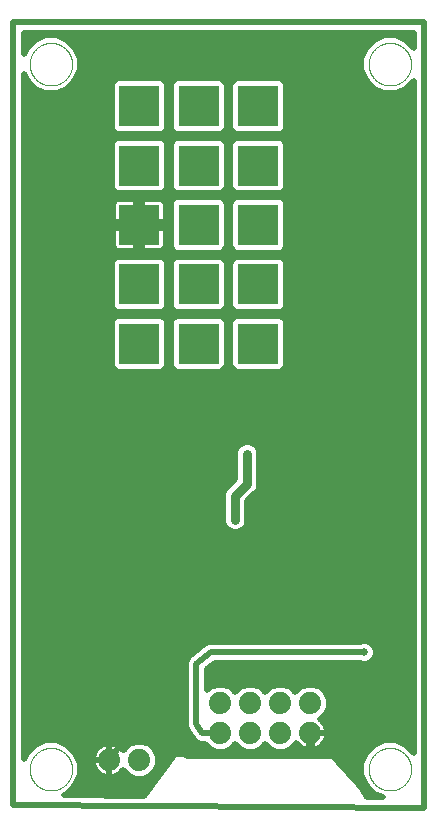
<source format=gbl>
G75*
%MOIN*%
%OFA0B0*%
%FSLAX25Y25*%
%IPPOS*%
%LPD*%
%AMOC8*
5,1,8,0,0,1.08239X$1,22.5*
%
%ADD10C,0.02000*%
%ADD11C,0.00000*%
%ADD12R,0.13500X0.13500*%
%ADD13C,0.07400*%
%ADD14C,0.03000*%
%ADD15C,0.02578*%
D10*
X0002000Y0037211D02*
X0139000Y0036211D01*
X0139000Y0298211D01*
X0002000Y0298211D01*
X0002000Y0037211D01*
X0005500Y0052534D02*
X0005500Y0280888D01*
X0006373Y0278780D01*
X0009070Y0276083D01*
X0012593Y0274624D01*
X0016407Y0274624D01*
X0019930Y0276083D01*
X0022627Y0278780D01*
X0024087Y0282304D01*
X0024087Y0286118D01*
X0022627Y0289641D01*
X0019930Y0292338D01*
X0016407Y0293797D01*
X0012593Y0293797D01*
X0009070Y0292338D01*
X0006373Y0289641D01*
X0005500Y0287534D01*
X0005500Y0294711D01*
X0135500Y0294711D01*
X0135500Y0289768D01*
X0132930Y0292338D01*
X0129407Y0293797D01*
X0125593Y0293797D01*
X0122070Y0292338D01*
X0119373Y0289641D01*
X0117913Y0286118D01*
X0117913Y0282304D01*
X0119373Y0278780D01*
X0122070Y0276083D01*
X0125593Y0274624D01*
X0129407Y0274624D01*
X0132930Y0276083D01*
X0135500Y0278653D01*
X0135500Y0054768D01*
X0132930Y0057338D01*
X0129407Y0058797D01*
X0125593Y0058797D01*
X0122070Y0057338D01*
X0119373Y0054641D01*
X0117913Y0051118D01*
X0117913Y0047304D01*
X0119373Y0043780D01*
X0122070Y0041083D01*
X0125140Y0039812D01*
X0119920Y0039850D01*
X0118000Y0043211D01*
X0108000Y0054211D01*
X0056000Y0054211D01*
X0045434Y0040394D01*
X0018735Y0040589D01*
X0019930Y0041083D01*
X0022627Y0043780D01*
X0024087Y0047304D01*
X0024087Y0051118D01*
X0022627Y0054641D01*
X0019930Y0057338D01*
X0016407Y0058797D01*
X0012593Y0058797D01*
X0009070Y0057338D01*
X0006373Y0054641D01*
X0005500Y0052534D01*
X0005500Y0054197D02*
X0006189Y0054197D01*
X0005500Y0056196D02*
X0007928Y0056196D01*
X0005500Y0058194D02*
X0011137Y0058194D01*
X0005500Y0060193D02*
X0061472Y0060193D01*
X0061898Y0059554D02*
X0062033Y0059228D01*
X0062280Y0058981D01*
X0062474Y0058690D01*
X0062768Y0058493D01*
X0063017Y0058243D01*
X0063340Y0058110D01*
X0063631Y0057915D01*
X0063977Y0057846D01*
X0064304Y0057711D01*
X0064653Y0057711D01*
X0064996Y0057642D01*
X0065343Y0057711D01*
X0065739Y0057711D01*
X0065744Y0057699D01*
X0067488Y0055955D01*
X0069767Y0055011D01*
X0072233Y0055011D01*
X0074512Y0055955D01*
X0076000Y0057443D01*
X0077488Y0055955D01*
X0079767Y0055011D01*
X0082233Y0055011D01*
X0084512Y0055955D01*
X0086000Y0057443D01*
X0087488Y0055955D01*
X0089767Y0055011D01*
X0092233Y0055011D01*
X0094512Y0055955D01*
X0096256Y0057699D01*
X0096347Y0057918D01*
X0096652Y0057497D01*
X0097287Y0056863D01*
X0098013Y0056336D01*
X0098812Y0055928D01*
X0099665Y0055651D01*
X0100551Y0055511D01*
X0101000Y0055511D01*
X0101449Y0055511D01*
X0102335Y0055651D01*
X0103188Y0055928D01*
X0103987Y0056336D01*
X0104713Y0056863D01*
X0105348Y0057497D01*
X0105875Y0058223D01*
X0106282Y0059023D01*
X0106560Y0059876D01*
X0106700Y0060762D01*
X0106700Y0061211D01*
X0106700Y0061659D01*
X0106560Y0062545D01*
X0106282Y0063399D01*
X0105875Y0064198D01*
X0105348Y0064924D01*
X0104713Y0065558D01*
X0104293Y0065864D01*
X0104512Y0065955D01*
X0106256Y0067699D01*
X0107200Y0069977D01*
X0107200Y0072444D01*
X0106256Y0074723D01*
X0104512Y0076467D01*
X0102233Y0077411D01*
X0099767Y0077411D01*
X0097488Y0076467D01*
X0096000Y0074979D01*
X0094512Y0076467D01*
X0092233Y0077411D01*
X0089767Y0077411D01*
X0087488Y0076467D01*
X0086000Y0074979D01*
X0084512Y0076467D01*
X0082233Y0077411D01*
X0079767Y0077411D01*
X0077488Y0076467D01*
X0076000Y0074979D01*
X0074512Y0076467D01*
X0072233Y0077411D01*
X0069767Y0077411D01*
X0067488Y0076467D01*
X0066500Y0075479D01*
X0066500Y0082528D01*
X0069228Y0084711D01*
X0117460Y0084711D01*
X0118157Y0084422D01*
X0119665Y0084422D01*
X0121057Y0084998D01*
X0122123Y0086064D01*
X0122700Y0087457D01*
X0122700Y0088964D01*
X0122123Y0090357D01*
X0121057Y0091423D01*
X0119665Y0092000D01*
X0118157Y0092000D01*
X0117460Y0091711D01*
X0068194Y0091711D01*
X0067695Y0091766D01*
X0067503Y0091711D01*
X0067304Y0091711D01*
X0066840Y0091518D01*
X0066357Y0091379D01*
X0066202Y0091254D01*
X0066017Y0091178D01*
X0065662Y0090823D01*
X0061202Y0087254D01*
X0061017Y0087178D01*
X0060662Y0086823D01*
X0060270Y0086509D01*
X0060174Y0086334D01*
X0060033Y0086193D01*
X0059841Y0085729D01*
X0059598Y0085289D01*
X0059576Y0085091D01*
X0059500Y0084907D01*
X0059500Y0084404D01*
X0059445Y0083905D01*
X0059500Y0083714D01*
X0059500Y0064557D01*
X0059431Y0064214D01*
X0059500Y0063868D01*
X0059500Y0063514D01*
X0059634Y0063191D01*
X0059702Y0062848D01*
X0059898Y0062554D01*
X0060033Y0062228D01*
X0060280Y0061981D01*
X0061898Y0059554D01*
X0063136Y0058194D02*
X0045756Y0058194D01*
X0045233Y0058411D02*
X0042767Y0058411D01*
X0040488Y0057467D01*
X0038744Y0055723D01*
X0038653Y0055504D01*
X0038348Y0055924D01*
X0037713Y0056558D01*
X0036987Y0057086D01*
X0036188Y0057493D01*
X0035335Y0057770D01*
X0034449Y0057911D01*
X0034000Y0057911D01*
X0033551Y0057911D01*
X0032665Y0057770D01*
X0031812Y0057493D01*
X0031013Y0057086D01*
X0030287Y0056558D01*
X0029652Y0055924D01*
X0029125Y0055198D01*
X0028718Y0054399D01*
X0028440Y0053545D01*
X0028300Y0052659D01*
X0028300Y0052211D01*
X0034000Y0052211D01*
X0034000Y0057911D01*
X0034000Y0052211D01*
X0034000Y0052211D01*
X0034000Y0052211D01*
X0041300Y0061511D01*
X0050195Y0061511D01*
X0055495Y0054211D01*
X0060000Y0054211D01*
X0060070Y0062191D02*
X0005500Y0062191D01*
X0005500Y0064190D02*
X0059436Y0064190D01*
X0059500Y0066188D02*
X0005500Y0066188D01*
X0005500Y0068187D02*
X0059500Y0068187D01*
X0059500Y0070185D02*
X0005500Y0070185D01*
X0005500Y0072184D02*
X0059500Y0072184D01*
X0059500Y0074182D02*
X0005500Y0074182D01*
X0005500Y0076181D02*
X0059500Y0076181D01*
X0059500Y0078179D02*
X0005500Y0078179D01*
X0005500Y0080178D02*
X0059500Y0080178D01*
X0059500Y0082176D02*
X0005500Y0082176D01*
X0005500Y0084175D02*
X0059474Y0084175D01*
X0060025Y0086173D02*
X0005500Y0086173D01*
X0005500Y0088172D02*
X0062349Y0088172D01*
X0064847Y0090170D02*
X0005500Y0090170D01*
X0005500Y0092169D02*
X0135500Y0092169D01*
X0135500Y0094167D02*
X0005500Y0094167D01*
X0005500Y0096166D02*
X0135500Y0096166D01*
X0135500Y0098164D02*
X0005500Y0098164D01*
X0005500Y0100163D02*
X0135500Y0100163D01*
X0135500Y0102162D02*
X0005500Y0102162D01*
X0005500Y0104160D02*
X0135500Y0104160D01*
X0135500Y0106159D02*
X0005500Y0106159D01*
X0005500Y0108157D02*
X0135500Y0108157D01*
X0135500Y0110156D02*
X0005500Y0110156D01*
X0005500Y0112154D02*
X0135500Y0112154D01*
X0135500Y0114153D02*
X0005500Y0114153D01*
X0005500Y0116151D02*
X0135500Y0116151D01*
X0135500Y0118150D02*
X0005500Y0118150D01*
X0005500Y0120148D02*
X0135500Y0120148D01*
X0135500Y0122147D02*
X0005500Y0122147D01*
X0005500Y0124145D02*
X0135500Y0124145D01*
X0135500Y0126144D02*
X0005500Y0126144D01*
X0005500Y0128142D02*
X0135500Y0128142D01*
X0135500Y0130141D02*
X0079472Y0130141D01*
X0079391Y0129945D02*
X0080000Y0131415D01*
X0080000Y0138554D01*
X0082266Y0140820D01*
X0083391Y0141945D01*
X0084000Y0143415D01*
X0084000Y0155006D01*
X0083391Y0156476D01*
X0082266Y0157602D01*
X0080796Y0158211D01*
X0079204Y0158211D01*
X0077734Y0157602D01*
X0076609Y0156476D01*
X0076000Y0155006D01*
X0076000Y0145867D01*
X0072609Y0142476D01*
X0072000Y0141006D01*
X0072000Y0139415D01*
X0072000Y0131415D01*
X0072609Y0129945D01*
X0073734Y0128820D01*
X0075204Y0128211D01*
X0076796Y0128211D01*
X0078266Y0128820D01*
X0079391Y0129945D01*
X0080000Y0132139D02*
X0135500Y0132139D01*
X0135500Y0134138D02*
X0080000Y0134138D01*
X0080000Y0136136D02*
X0135500Y0136136D01*
X0135500Y0138135D02*
X0080000Y0138135D01*
X0081579Y0140133D02*
X0135500Y0140133D01*
X0135500Y0142132D02*
X0083468Y0142132D01*
X0084000Y0144130D02*
X0135500Y0144130D01*
X0135500Y0146129D02*
X0084000Y0146129D01*
X0084000Y0148127D02*
X0135500Y0148127D01*
X0135500Y0150126D02*
X0084000Y0150126D01*
X0084000Y0152124D02*
X0135500Y0152124D01*
X0135500Y0154123D02*
X0084000Y0154123D01*
X0083538Y0156121D02*
X0135500Y0156121D01*
X0135500Y0158120D02*
X0081015Y0158120D01*
X0078985Y0158120D02*
X0005500Y0158120D01*
X0005500Y0160118D02*
X0135500Y0160118D01*
X0135500Y0162117D02*
X0005500Y0162117D01*
X0005500Y0164115D02*
X0135500Y0164115D01*
X0135500Y0166114D02*
X0005500Y0166114D01*
X0005500Y0168112D02*
X0135500Y0168112D01*
X0135500Y0170111D02*
X0005500Y0170111D01*
X0005500Y0172109D02*
X0135500Y0172109D01*
X0135500Y0174108D02*
X0005500Y0174108D01*
X0005500Y0176106D02*
X0135500Y0176106D01*
X0135500Y0178105D02*
X0005500Y0178105D01*
X0005500Y0180103D02*
X0135500Y0180103D01*
X0135500Y0182102D02*
X0091671Y0182102D01*
X0091766Y0182141D02*
X0092469Y0182844D01*
X0092850Y0183763D01*
X0092850Y0198258D01*
X0092469Y0199177D01*
X0091766Y0199880D01*
X0090847Y0200261D01*
X0076353Y0200261D01*
X0075434Y0199880D01*
X0074731Y0199177D01*
X0074350Y0198258D01*
X0074350Y0183763D01*
X0074731Y0182844D01*
X0075434Y0182141D01*
X0076353Y0181761D01*
X0090847Y0181761D01*
X0091766Y0182141D01*
X0092850Y0184100D02*
X0135500Y0184100D01*
X0135500Y0186099D02*
X0092850Y0186099D01*
X0092850Y0188097D02*
X0135500Y0188097D01*
X0135500Y0190096D02*
X0092850Y0190096D01*
X0092850Y0192095D02*
X0135500Y0192095D01*
X0135500Y0194093D02*
X0092850Y0194093D01*
X0092850Y0196092D02*
X0135500Y0196092D01*
X0135500Y0198090D02*
X0092850Y0198090D01*
X0091263Y0200089D02*
X0135500Y0200089D01*
X0135500Y0202087D02*
X0091912Y0202087D01*
X0091766Y0201941D02*
X0092469Y0202644D01*
X0092850Y0203563D01*
X0092850Y0218058D01*
X0092469Y0218977D01*
X0091766Y0219680D01*
X0090847Y0220061D01*
X0076353Y0220061D01*
X0075434Y0219680D01*
X0074731Y0218977D01*
X0074350Y0218058D01*
X0074350Y0203563D01*
X0074731Y0202644D01*
X0075434Y0201941D01*
X0076353Y0201561D01*
X0090847Y0201561D01*
X0091766Y0201941D01*
X0092850Y0204086D02*
X0135500Y0204086D01*
X0135500Y0206084D02*
X0092850Y0206084D01*
X0092850Y0208083D02*
X0135500Y0208083D01*
X0135500Y0210081D02*
X0092850Y0210081D01*
X0092850Y0212080D02*
X0135500Y0212080D01*
X0135500Y0214078D02*
X0092850Y0214078D01*
X0092850Y0216077D02*
X0135500Y0216077D01*
X0135500Y0218075D02*
X0092843Y0218075D01*
X0091766Y0221741D02*
X0090847Y0221361D01*
X0076353Y0221361D01*
X0075434Y0221741D01*
X0074731Y0222444D01*
X0074350Y0223363D01*
X0074350Y0237858D01*
X0074731Y0238777D01*
X0075434Y0239480D01*
X0076353Y0239861D01*
X0090847Y0239861D01*
X0091766Y0239480D01*
X0092469Y0238777D01*
X0092850Y0237858D01*
X0092850Y0223363D01*
X0092469Y0222444D01*
X0091766Y0221741D01*
X0092097Y0222072D02*
X0135500Y0222072D01*
X0135500Y0220074D02*
X0005500Y0220074D01*
X0005500Y0222072D02*
X0036348Y0222072D01*
X0036478Y0221997D02*
X0036987Y0221861D01*
X0043000Y0221861D01*
X0043000Y0229611D01*
X0035250Y0229611D01*
X0035250Y0223597D01*
X0035386Y0223089D01*
X0035650Y0222633D01*
X0036022Y0222260D01*
X0036478Y0221997D01*
X0036753Y0220061D02*
X0035834Y0219680D01*
X0035131Y0218977D01*
X0034750Y0218058D01*
X0034750Y0203563D01*
X0035131Y0202644D01*
X0035834Y0201941D01*
X0036753Y0201561D01*
X0051247Y0201561D01*
X0052166Y0201941D01*
X0052869Y0202644D01*
X0053250Y0203563D01*
X0053250Y0218058D01*
X0052869Y0218977D01*
X0052166Y0219680D01*
X0051247Y0220061D01*
X0036753Y0220061D01*
X0035250Y0224071D02*
X0005500Y0224071D01*
X0005500Y0226069D02*
X0035250Y0226069D01*
X0035250Y0228068D02*
X0005500Y0228068D01*
X0005500Y0230066D02*
X0043000Y0230066D01*
X0043000Y0229611D02*
X0043000Y0231611D01*
X0043000Y0239361D01*
X0036987Y0239361D01*
X0036478Y0239224D01*
X0036022Y0238961D01*
X0035650Y0238589D01*
X0035386Y0238133D01*
X0035250Y0237624D01*
X0035250Y0231611D01*
X0043000Y0231611D01*
X0045000Y0231611D01*
X0045000Y0239361D01*
X0051013Y0239361D01*
X0051522Y0239224D01*
X0051978Y0238961D01*
X0052350Y0238589D01*
X0052614Y0238133D01*
X0052750Y0237624D01*
X0052750Y0231611D01*
X0045000Y0231611D01*
X0045000Y0229611D01*
X0052750Y0229611D01*
X0052750Y0223597D01*
X0052614Y0223089D01*
X0052350Y0222633D01*
X0051978Y0222260D01*
X0051522Y0221997D01*
X0051013Y0221861D01*
X0045000Y0221861D01*
X0045000Y0229611D01*
X0043000Y0229611D01*
X0043000Y0228068D02*
X0045000Y0228068D01*
X0045000Y0230066D02*
X0054550Y0230066D01*
X0054550Y0228068D02*
X0052750Y0228068D01*
X0052750Y0226069D02*
X0054550Y0226069D01*
X0054550Y0224071D02*
X0052750Y0224071D01*
X0054550Y0223363D02*
X0054931Y0222444D01*
X0055634Y0221741D01*
X0056553Y0221361D01*
X0071047Y0221361D01*
X0071966Y0221741D01*
X0072669Y0222444D01*
X0073050Y0223363D01*
X0073050Y0237858D01*
X0072669Y0238777D01*
X0071966Y0239480D01*
X0071047Y0239861D01*
X0056553Y0239861D01*
X0055634Y0239480D01*
X0054931Y0238777D01*
X0054550Y0237858D01*
X0054550Y0223363D01*
X0055303Y0222072D02*
X0051652Y0222072D01*
X0053243Y0218075D02*
X0054557Y0218075D01*
X0054550Y0218058D02*
X0054550Y0203563D01*
X0054931Y0202644D01*
X0055634Y0201941D01*
X0056553Y0201561D01*
X0071047Y0201561D01*
X0071966Y0201941D01*
X0072669Y0202644D01*
X0073050Y0203563D01*
X0073050Y0218058D01*
X0072669Y0218977D01*
X0071966Y0219680D01*
X0071047Y0220061D01*
X0056553Y0220061D01*
X0055634Y0219680D01*
X0054931Y0218977D01*
X0054550Y0218058D01*
X0054550Y0216077D02*
X0053250Y0216077D01*
X0053250Y0214078D02*
X0054550Y0214078D01*
X0054550Y0212080D02*
X0053250Y0212080D01*
X0053250Y0210081D02*
X0054550Y0210081D01*
X0054550Y0208083D02*
X0053250Y0208083D01*
X0053250Y0206084D02*
X0054550Y0206084D01*
X0054550Y0204086D02*
X0053250Y0204086D01*
X0052312Y0202087D02*
X0055488Y0202087D01*
X0056137Y0200089D02*
X0051663Y0200089D01*
X0051247Y0200261D02*
X0036753Y0200261D01*
X0035834Y0199880D01*
X0035131Y0199177D01*
X0034750Y0198258D01*
X0034750Y0183763D01*
X0035131Y0182844D01*
X0035834Y0182141D01*
X0036753Y0181761D01*
X0051247Y0181761D01*
X0052166Y0182141D01*
X0052869Y0182844D01*
X0053250Y0183763D01*
X0053250Y0198258D01*
X0052869Y0199177D01*
X0052166Y0199880D01*
X0051247Y0200261D01*
X0053250Y0198090D02*
X0054550Y0198090D01*
X0054550Y0198258D02*
X0054550Y0183763D01*
X0054931Y0182844D01*
X0055634Y0182141D01*
X0056553Y0181761D01*
X0071047Y0181761D01*
X0071966Y0182141D01*
X0072669Y0182844D01*
X0073050Y0183763D01*
X0073050Y0198258D01*
X0072669Y0199177D01*
X0071966Y0199880D01*
X0071047Y0200261D01*
X0056553Y0200261D01*
X0055634Y0199880D01*
X0054931Y0199177D01*
X0054550Y0198258D01*
X0054550Y0196092D02*
X0053250Y0196092D01*
X0053250Y0194093D02*
X0054550Y0194093D01*
X0054550Y0192095D02*
X0053250Y0192095D01*
X0053250Y0190096D02*
X0054550Y0190096D01*
X0054550Y0188097D02*
X0053250Y0188097D01*
X0053250Y0186099D02*
X0054550Y0186099D01*
X0054550Y0184100D02*
X0053250Y0184100D01*
X0052071Y0182102D02*
X0055729Y0182102D01*
X0071871Y0182102D02*
X0075529Y0182102D01*
X0074350Y0184100D02*
X0073050Y0184100D01*
X0073050Y0186099D02*
X0074350Y0186099D01*
X0074350Y0188097D02*
X0073050Y0188097D01*
X0073050Y0190096D02*
X0074350Y0190096D01*
X0074350Y0192095D02*
X0073050Y0192095D01*
X0073050Y0194093D02*
X0074350Y0194093D01*
X0074350Y0196092D02*
X0073050Y0196092D01*
X0073050Y0198090D02*
X0074350Y0198090D01*
X0075937Y0200089D02*
X0071463Y0200089D01*
X0072112Y0202087D02*
X0075288Y0202087D01*
X0074350Y0204086D02*
X0073050Y0204086D01*
X0073050Y0206084D02*
X0074350Y0206084D01*
X0074350Y0208083D02*
X0073050Y0208083D01*
X0073050Y0210081D02*
X0074350Y0210081D01*
X0074350Y0212080D02*
X0073050Y0212080D01*
X0073050Y0214078D02*
X0074350Y0214078D01*
X0074350Y0216077D02*
X0073050Y0216077D01*
X0073043Y0218075D02*
X0074357Y0218075D01*
X0075103Y0222072D02*
X0072297Y0222072D01*
X0073050Y0224071D02*
X0074350Y0224071D01*
X0074350Y0226069D02*
X0073050Y0226069D01*
X0073050Y0228068D02*
X0074350Y0228068D01*
X0074350Y0230066D02*
X0073050Y0230066D01*
X0073050Y0232065D02*
X0074350Y0232065D01*
X0074350Y0234063D02*
X0073050Y0234063D01*
X0073050Y0236062D02*
X0074350Y0236062D01*
X0074434Y0238060D02*
X0072966Y0238060D01*
X0071966Y0241541D02*
X0071047Y0241161D01*
X0056553Y0241161D01*
X0055634Y0241541D01*
X0054931Y0242244D01*
X0054550Y0243163D01*
X0054550Y0257658D01*
X0054931Y0258577D01*
X0055634Y0259280D01*
X0056553Y0259661D01*
X0071047Y0259661D01*
X0071966Y0259280D01*
X0072669Y0258577D01*
X0073050Y0257658D01*
X0073050Y0243163D01*
X0072669Y0242244D01*
X0071966Y0241541D01*
X0072482Y0242057D02*
X0074918Y0242057D01*
X0074731Y0242244D02*
X0075434Y0241541D01*
X0076353Y0241161D01*
X0090847Y0241161D01*
X0091766Y0241541D01*
X0092469Y0242244D01*
X0092850Y0243163D01*
X0092850Y0257658D01*
X0092469Y0258577D01*
X0091766Y0259280D01*
X0090847Y0259661D01*
X0076353Y0259661D01*
X0075434Y0259280D01*
X0074731Y0258577D01*
X0074350Y0257658D01*
X0074350Y0243163D01*
X0074731Y0242244D01*
X0074350Y0244056D02*
X0073050Y0244056D01*
X0073050Y0246054D02*
X0074350Y0246054D01*
X0074350Y0248053D02*
X0073050Y0248053D01*
X0073050Y0250051D02*
X0074350Y0250051D01*
X0074350Y0252050D02*
X0073050Y0252050D01*
X0073050Y0254048D02*
X0074350Y0254048D01*
X0074350Y0256047D02*
X0073050Y0256047D01*
X0072889Y0258045D02*
X0074511Y0258045D01*
X0075434Y0261341D02*
X0076353Y0260961D01*
X0090847Y0260961D01*
X0091766Y0261341D01*
X0092469Y0262044D01*
X0092850Y0262963D01*
X0092850Y0277458D01*
X0092469Y0278377D01*
X0091766Y0279080D01*
X0090847Y0279461D01*
X0076353Y0279461D01*
X0075434Y0279080D01*
X0074731Y0278377D01*
X0074350Y0277458D01*
X0074350Y0262963D01*
X0074731Y0262044D01*
X0075434Y0261341D01*
X0074733Y0262042D02*
X0072667Y0262042D01*
X0072669Y0262044D02*
X0073050Y0262963D01*
X0073050Y0277458D01*
X0072669Y0278377D01*
X0071966Y0279080D01*
X0071047Y0279461D01*
X0056553Y0279461D01*
X0055634Y0279080D01*
X0054931Y0278377D01*
X0054550Y0277458D01*
X0054550Y0262963D01*
X0054931Y0262044D01*
X0055634Y0261341D01*
X0056553Y0260961D01*
X0071047Y0260961D01*
X0071966Y0261341D01*
X0072669Y0262044D01*
X0073050Y0264041D02*
X0074350Y0264041D01*
X0074350Y0266039D02*
X0073050Y0266039D01*
X0073050Y0268038D02*
X0074350Y0268038D01*
X0074350Y0270036D02*
X0073050Y0270036D01*
X0073050Y0272035D02*
X0074350Y0272035D01*
X0074350Y0274033D02*
X0073050Y0274033D01*
X0073050Y0276032D02*
X0074350Y0276032D01*
X0074587Y0278030D02*
X0072813Y0278030D01*
X0055118Y0242057D02*
X0052682Y0242057D01*
X0052869Y0242244D02*
X0053250Y0243163D01*
X0053250Y0257658D01*
X0052869Y0258577D01*
X0052166Y0259280D01*
X0051247Y0259661D01*
X0036753Y0259661D01*
X0035834Y0259280D01*
X0035131Y0258577D01*
X0034750Y0257658D01*
X0034750Y0243163D01*
X0035131Y0242244D01*
X0035834Y0241541D01*
X0036753Y0241161D01*
X0051247Y0241161D01*
X0052166Y0241541D01*
X0052869Y0242244D01*
X0053250Y0244056D02*
X0054550Y0244056D01*
X0054550Y0246054D02*
X0053250Y0246054D01*
X0053250Y0248053D02*
X0054550Y0248053D01*
X0054550Y0250051D02*
X0053250Y0250051D01*
X0053250Y0252050D02*
X0054550Y0252050D01*
X0054550Y0254048D02*
X0053250Y0254048D01*
X0053250Y0256047D02*
X0054550Y0256047D01*
X0054711Y0258045D02*
X0053089Y0258045D01*
X0052166Y0261341D02*
X0051247Y0260961D01*
X0036753Y0260961D01*
X0035834Y0261341D01*
X0035131Y0262044D01*
X0034750Y0262963D01*
X0034750Y0277458D01*
X0035131Y0278377D01*
X0035834Y0279080D01*
X0036753Y0279461D01*
X0051247Y0279461D01*
X0052166Y0279080D01*
X0052869Y0278377D01*
X0053250Y0277458D01*
X0053250Y0262963D01*
X0052869Y0262044D01*
X0052166Y0261341D01*
X0052867Y0262042D02*
X0054933Y0262042D01*
X0054550Y0264041D02*
X0053250Y0264041D01*
X0053250Y0266039D02*
X0054550Y0266039D01*
X0054550Y0268038D02*
X0053250Y0268038D01*
X0053250Y0270036D02*
X0054550Y0270036D01*
X0054550Y0272035D02*
X0053250Y0272035D01*
X0053250Y0274033D02*
X0054550Y0274033D01*
X0054550Y0276032D02*
X0053250Y0276032D01*
X0053013Y0278030D02*
X0054787Y0278030D01*
X0054634Y0238060D02*
X0052633Y0238060D01*
X0052750Y0236062D02*
X0054550Y0236062D01*
X0054550Y0234063D02*
X0052750Y0234063D01*
X0052750Y0232065D02*
X0054550Y0232065D01*
X0045000Y0232065D02*
X0043000Y0232065D01*
X0043000Y0234063D02*
X0045000Y0234063D01*
X0045000Y0236062D02*
X0043000Y0236062D01*
X0043000Y0238060D02*
X0045000Y0238060D01*
X0045000Y0226069D02*
X0043000Y0226069D01*
X0043000Y0224071D02*
X0045000Y0224071D01*
X0045000Y0222072D02*
X0043000Y0222072D01*
X0035250Y0232065D02*
X0005500Y0232065D01*
X0005500Y0234063D02*
X0035250Y0234063D01*
X0035250Y0236062D02*
X0005500Y0236062D01*
X0005500Y0238060D02*
X0035367Y0238060D01*
X0035318Y0242057D02*
X0005500Y0242057D01*
X0005500Y0240059D02*
X0135500Y0240059D01*
X0135500Y0242057D02*
X0092282Y0242057D01*
X0092850Y0244056D02*
X0135500Y0244056D01*
X0135500Y0246054D02*
X0092850Y0246054D01*
X0092850Y0248053D02*
X0135500Y0248053D01*
X0135500Y0250051D02*
X0092850Y0250051D01*
X0092850Y0252050D02*
X0135500Y0252050D01*
X0135500Y0254048D02*
X0092850Y0254048D01*
X0092850Y0256047D02*
X0135500Y0256047D01*
X0135500Y0258045D02*
X0092689Y0258045D01*
X0092467Y0262042D02*
X0135500Y0262042D01*
X0135500Y0260044D02*
X0005500Y0260044D01*
X0005500Y0262042D02*
X0035133Y0262042D01*
X0034750Y0264041D02*
X0005500Y0264041D01*
X0005500Y0266039D02*
X0034750Y0266039D01*
X0034750Y0268038D02*
X0005500Y0268038D01*
X0005500Y0270036D02*
X0034750Y0270036D01*
X0034750Y0272035D02*
X0005500Y0272035D01*
X0005500Y0274033D02*
X0034750Y0274033D01*
X0034750Y0276032D02*
X0019806Y0276032D01*
X0021877Y0278030D02*
X0034987Y0278030D01*
X0023972Y0282028D02*
X0118028Y0282028D01*
X0117913Y0284026D02*
X0024087Y0284026D01*
X0024087Y0286025D02*
X0117913Y0286025D01*
X0118703Y0288023D02*
X0023297Y0288023D01*
X0022247Y0290022D02*
X0119753Y0290022D01*
X0121752Y0292020D02*
X0020248Y0292020D01*
X0023144Y0280029D02*
X0118856Y0280029D01*
X0120123Y0278030D02*
X0092613Y0278030D01*
X0092850Y0276032D02*
X0122194Y0276032D01*
X0132806Y0276032D02*
X0135500Y0276032D01*
X0135500Y0278030D02*
X0134877Y0278030D01*
X0135500Y0274033D02*
X0092850Y0274033D01*
X0092850Y0272035D02*
X0135500Y0272035D01*
X0135500Y0270036D02*
X0092850Y0270036D01*
X0092850Y0268038D02*
X0135500Y0268038D01*
X0135500Y0266039D02*
X0092850Y0266039D01*
X0092850Y0264041D02*
X0135500Y0264041D01*
X0135500Y0238060D02*
X0092766Y0238060D01*
X0092850Y0236062D02*
X0135500Y0236062D01*
X0135500Y0234063D02*
X0092850Y0234063D01*
X0092850Y0232065D02*
X0135500Y0232065D01*
X0135500Y0230066D02*
X0092850Y0230066D01*
X0092850Y0228068D02*
X0135500Y0228068D01*
X0135500Y0226069D02*
X0092850Y0226069D01*
X0092850Y0224071D02*
X0135500Y0224071D01*
X0129000Y0198211D02*
X0100000Y0198211D01*
X0098000Y0154211D02*
X0100000Y0152211D01*
X0100000Y0141211D02*
X0103000Y0138211D01*
X0109000Y0138211D01*
X0106000Y0135211D01*
X0106000Y0132211D01*
X0122200Y0090170D02*
X0135500Y0090170D01*
X0135500Y0088172D02*
X0122700Y0088172D01*
X0122168Y0086173D02*
X0135500Y0086173D01*
X0135500Y0084175D02*
X0068558Y0084175D01*
X0066500Y0082176D02*
X0135500Y0082176D01*
X0135500Y0080178D02*
X0066500Y0080178D01*
X0066500Y0078179D02*
X0135500Y0078179D01*
X0135500Y0076181D02*
X0104798Y0076181D01*
X0106480Y0074182D02*
X0135500Y0074182D01*
X0135500Y0072184D02*
X0107200Y0072184D01*
X0107200Y0070185D02*
X0135500Y0070185D01*
X0135500Y0068187D02*
X0106458Y0068187D01*
X0104746Y0066188D02*
X0135500Y0066188D01*
X0135500Y0064190D02*
X0105879Y0064190D01*
X0106616Y0062191D02*
X0135500Y0062191D01*
X0135500Y0060193D02*
X0106610Y0060193D01*
X0106700Y0061211D02*
X0101000Y0061211D01*
X0106700Y0061211D01*
X0105854Y0058194D02*
X0124137Y0058194D01*
X0120928Y0056196D02*
X0103713Y0056196D01*
X0101000Y0056196D02*
X0101000Y0056196D01*
X0101000Y0055511D02*
X0101000Y0061210D01*
X0101000Y0061210D01*
X0101000Y0055511D01*
X0101000Y0058194D02*
X0101000Y0058194D01*
X0101000Y0060193D02*
X0101000Y0060193D01*
X0101000Y0061211D02*
X0101000Y0061211D01*
X0098287Y0056196D02*
X0094753Y0056196D01*
X0087247Y0056196D02*
X0084753Y0056196D01*
X0077247Y0056196D02*
X0074753Y0056196D01*
X0071000Y0061211D02*
X0065000Y0061211D01*
X0063000Y0064211D01*
X0063000Y0084211D01*
X0068000Y0088211D01*
X0118911Y0088211D01*
X0130863Y0058194D02*
X0135500Y0058194D01*
X0135500Y0056196D02*
X0134072Y0056196D01*
X0124184Y0040208D02*
X0119716Y0040208D01*
X0118574Y0042206D02*
X0120947Y0042206D01*
X0119197Y0044205D02*
X0117096Y0044205D01*
X0118369Y0046203D02*
X0115280Y0046203D01*
X0113463Y0048202D02*
X0117913Y0048202D01*
X0117913Y0050200D02*
X0111646Y0050200D01*
X0109829Y0052199D02*
X0118361Y0052199D01*
X0119189Y0054197D02*
X0108012Y0054197D01*
X0097202Y0076181D02*
X0094798Y0076181D01*
X0087202Y0076181D02*
X0084798Y0076181D01*
X0077202Y0076181D02*
X0074798Y0076181D01*
X0067202Y0076181D02*
X0066500Y0076181D01*
X0067247Y0056196D02*
X0048783Y0056196D01*
X0049256Y0055723D02*
X0047512Y0057467D01*
X0045233Y0058411D01*
X0049256Y0055723D02*
X0050200Y0053444D01*
X0050200Y0050977D01*
X0049256Y0048699D01*
X0047512Y0046955D01*
X0045233Y0046011D01*
X0042767Y0046011D01*
X0040488Y0046955D01*
X0038744Y0048699D01*
X0038653Y0048918D01*
X0038348Y0048497D01*
X0037713Y0047863D01*
X0036987Y0047336D01*
X0036188Y0046928D01*
X0035335Y0046651D01*
X0034449Y0046511D01*
X0034000Y0046511D01*
X0034000Y0052210D01*
X0034000Y0046511D01*
X0033551Y0046511D01*
X0032665Y0046651D01*
X0031812Y0046928D01*
X0031013Y0047336D01*
X0030287Y0047863D01*
X0029652Y0048497D01*
X0029125Y0049223D01*
X0028718Y0050023D01*
X0028440Y0050876D01*
X0028300Y0051762D01*
X0028300Y0052211D01*
X0034000Y0052211D01*
X0028000Y0052211D01*
X0024000Y0055211D01*
X0024000Y0060211D01*
X0022811Y0054197D02*
X0028652Y0054197D01*
X0028300Y0052199D02*
X0023639Y0052199D01*
X0024087Y0050200D02*
X0028660Y0050200D01*
X0029948Y0048202D02*
X0024087Y0048202D01*
X0023631Y0046203D02*
X0042302Y0046203D01*
X0045698Y0046203D02*
X0049877Y0046203D01*
X0048759Y0048202D02*
X0051405Y0048202D01*
X0049878Y0050200D02*
X0052933Y0050200D01*
X0054461Y0052199D02*
X0050200Y0052199D01*
X0049888Y0054197D02*
X0055990Y0054197D01*
X0048348Y0044205D02*
X0022803Y0044205D01*
X0021053Y0042206D02*
X0046820Y0042206D01*
X0042244Y0058194D02*
X0017863Y0058194D01*
X0021072Y0056196D02*
X0029924Y0056196D01*
X0034000Y0056196D02*
X0034000Y0056196D01*
X0034000Y0054197D02*
X0034000Y0054197D01*
X0034000Y0052210D02*
X0034000Y0052210D01*
X0034000Y0052199D02*
X0034000Y0052199D01*
X0034000Y0050200D02*
X0034000Y0050200D01*
X0034000Y0048202D02*
X0034000Y0048202D01*
X0038052Y0048202D02*
X0039241Y0048202D01*
X0039217Y0056196D02*
X0038076Y0056196D01*
X0005500Y0130141D02*
X0072528Y0130141D01*
X0072000Y0132139D02*
X0005500Y0132139D01*
X0005500Y0134138D02*
X0072000Y0134138D01*
X0072000Y0136136D02*
X0005500Y0136136D01*
X0005500Y0138135D02*
X0072000Y0138135D01*
X0072000Y0140133D02*
X0005500Y0140133D01*
X0005500Y0142132D02*
X0072466Y0142132D01*
X0074263Y0144130D02*
X0005500Y0144130D01*
X0005500Y0146129D02*
X0076000Y0146129D01*
X0076000Y0148127D02*
X0005500Y0148127D01*
X0005500Y0150126D02*
X0076000Y0150126D01*
X0076000Y0152124D02*
X0005500Y0152124D01*
X0005500Y0154123D02*
X0076000Y0154123D01*
X0076462Y0156121D02*
X0005500Y0156121D01*
X0005500Y0182102D02*
X0035929Y0182102D01*
X0034750Y0184100D02*
X0005500Y0184100D01*
X0005500Y0186099D02*
X0034750Y0186099D01*
X0034750Y0188097D02*
X0005500Y0188097D01*
X0005500Y0190096D02*
X0034750Y0190096D01*
X0034750Y0192095D02*
X0005500Y0192095D01*
X0005500Y0194093D02*
X0034750Y0194093D01*
X0034750Y0196092D02*
X0005500Y0196092D01*
X0005500Y0198090D02*
X0034750Y0198090D01*
X0036337Y0200089D02*
X0005500Y0200089D01*
X0005500Y0202087D02*
X0035688Y0202087D01*
X0034750Y0204086D02*
X0005500Y0204086D01*
X0005500Y0206084D02*
X0034750Y0206084D01*
X0034750Y0208083D02*
X0005500Y0208083D01*
X0005500Y0210081D02*
X0034750Y0210081D01*
X0034750Y0212080D02*
X0005500Y0212080D01*
X0005500Y0214078D02*
X0034750Y0214078D01*
X0034750Y0216077D02*
X0005500Y0216077D01*
X0005500Y0218075D02*
X0034757Y0218075D01*
X0034750Y0244056D02*
X0005500Y0244056D01*
X0005500Y0246054D02*
X0034750Y0246054D01*
X0034750Y0248053D02*
X0005500Y0248053D01*
X0005500Y0250051D02*
X0034750Y0250051D01*
X0034750Y0252050D02*
X0005500Y0252050D01*
X0005500Y0254048D02*
X0034750Y0254048D01*
X0034750Y0256047D02*
X0005500Y0256047D01*
X0005500Y0258045D02*
X0034911Y0258045D01*
X0009194Y0276032D02*
X0005500Y0276032D01*
X0005500Y0278030D02*
X0007123Y0278030D01*
X0005856Y0280029D02*
X0005500Y0280029D01*
X0005500Y0288023D02*
X0005703Y0288023D01*
X0005500Y0290022D02*
X0006753Y0290022D01*
X0005500Y0292020D02*
X0008752Y0292020D01*
X0005500Y0294019D02*
X0135500Y0294019D01*
X0135500Y0292020D02*
X0133248Y0292020D01*
X0135247Y0290022D02*
X0135500Y0290022D01*
D11*
X0120413Y0284211D02*
X0120415Y0284385D01*
X0120422Y0284559D01*
X0120432Y0284732D01*
X0120447Y0284906D01*
X0120466Y0285079D01*
X0120490Y0285251D01*
X0120517Y0285423D01*
X0120549Y0285594D01*
X0120585Y0285764D01*
X0120625Y0285933D01*
X0120670Y0286101D01*
X0120718Y0286268D01*
X0120771Y0286434D01*
X0120827Y0286599D01*
X0120888Y0286762D01*
X0120952Y0286923D01*
X0121021Y0287083D01*
X0121093Y0287241D01*
X0121170Y0287397D01*
X0121250Y0287552D01*
X0121334Y0287704D01*
X0121421Y0287854D01*
X0121513Y0288003D01*
X0121607Y0288148D01*
X0121706Y0288292D01*
X0121808Y0288433D01*
X0121913Y0288571D01*
X0122022Y0288707D01*
X0122134Y0288840D01*
X0122249Y0288970D01*
X0122367Y0289098D01*
X0122489Y0289222D01*
X0122613Y0289344D01*
X0122741Y0289462D01*
X0122871Y0289577D01*
X0123004Y0289689D01*
X0123140Y0289798D01*
X0123278Y0289903D01*
X0123419Y0290005D01*
X0123563Y0290104D01*
X0123708Y0290198D01*
X0123857Y0290290D01*
X0124007Y0290377D01*
X0124159Y0290461D01*
X0124314Y0290541D01*
X0124470Y0290618D01*
X0124628Y0290690D01*
X0124788Y0290759D01*
X0124949Y0290823D01*
X0125112Y0290884D01*
X0125277Y0290940D01*
X0125443Y0290993D01*
X0125610Y0291041D01*
X0125778Y0291086D01*
X0125947Y0291126D01*
X0126117Y0291162D01*
X0126288Y0291194D01*
X0126460Y0291221D01*
X0126632Y0291245D01*
X0126805Y0291264D01*
X0126979Y0291279D01*
X0127152Y0291289D01*
X0127326Y0291296D01*
X0127500Y0291298D01*
X0127674Y0291296D01*
X0127848Y0291289D01*
X0128021Y0291279D01*
X0128195Y0291264D01*
X0128368Y0291245D01*
X0128540Y0291221D01*
X0128712Y0291194D01*
X0128883Y0291162D01*
X0129053Y0291126D01*
X0129222Y0291086D01*
X0129390Y0291041D01*
X0129557Y0290993D01*
X0129723Y0290940D01*
X0129888Y0290884D01*
X0130051Y0290823D01*
X0130212Y0290759D01*
X0130372Y0290690D01*
X0130530Y0290618D01*
X0130686Y0290541D01*
X0130841Y0290461D01*
X0130993Y0290377D01*
X0131143Y0290290D01*
X0131292Y0290198D01*
X0131437Y0290104D01*
X0131581Y0290005D01*
X0131722Y0289903D01*
X0131860Y0289798D01*
X0131996Y0289689D01*
X0132129Y0289577D01*
X0132259Y0289462D01*
X0132387Y0289344D01*
X0132511Y0289222D01*
X0132633Y0289098D01*
X0132751Y0288970D01*
X0132866Y0288840D01*
X0132978Y0288707D01*
X0133087Y0288571D01*
X0133192Y0288433D01*
X0133294Y0288292D01*
X0133393Y0288148D01*
X0133487Y0288003D01*
X0133579Y0287854D01*
X0133666Y0287704D01*
X0133750Y0287552D01*
X0133830Y0287397D01*
X0133907Y0287241D01*
X0133979Y0287083D01*
X0134048Y0286923D01*
X0134112Y0286762D01*
X0134173Y0286599D01*
X0134229Y0286434D01*
X0134282Y0286268D01*
X0134330Y0286101D01*
X0134375Y0285933D01*
X0134415Y0285764D01*
X0134451Y0285594D01*
X0134483Y0285423D01*
X0134510Y0285251D01*
X0134534Y0285079D01*
X0134553Y0284906D01*
X0134568Y0284732D01*
X0134578Y0284559D01*
X0134585Y0284385D01*
X0134587Y0284211D01*
X0134585Y0284037D01*
X0134578Y0283863D01*
X0134568Y0283690D01*
X0134553Y0283516D01*
X0134534Y0283343D01*
X0134510Y0283171D01*
X0134483Y0282999D01*
X0134451Y0282828D01*
X0134415Y0282658D01*
X0134375Y0282489D01*
X0134330Y0282321D01*
X0134282Y0282154D01*
X0134229Y0281988D01*
X0134173Y0281823D01*
X0134112Y0281660D01*
X0134048Y0281499D01*
X0133979Y0281339D01*
X0133907Y0281181D01*
X0133830Y0281025D01*
X0133750Y0280870D01*
X0133666Y0280718D01*
X0133579Y0280568D01*
X0133487Y0280419D01*
X0133393Y0280274D01*
X0133294Y0280130D01*
X0133192Y0279989D01*
X0133087Y0279851D01*
X0132978Y0279715D01*
X0132866Y0279582D01*
X0132751Y0279452D01*
X0132633Y0279324D01*
X0132511Y0279200D01*
X0132387Y0279078D01*
X0132259Y0278960D01*
X0132129Y0278845D01*
X0131996Y0278733D01*
X0131860Y0278624D01*
X0131722Y0278519D01*
X0131581Y0278417D01*
X0131437Y0278318D01*
X0131292Y0278224D01*
X0131143Y0278132D01*
X0130993Y0278045D01*
X0130841Y0277961D01*
X0130686Y0277881D01*
X0130530Y0277804D01*
X0130372Y0277732D01*
X0130212Y0277663D01*
X0130051Y0277599D01*
X0129888Y0277538D01*
X0129723Y0277482D01*
X0129557Y0277429D01*
X0129390Y0277381D01*
X0129222Y0277336D01*
X0129053Y0277296D01*
X0128883Y0277260D01*
X0128712Y0277228D01*
X0128540Y0277201D01*
X0128368Y0277177D01*
X0128195Y0277158D01*
X0128021Y0277143D01*
X0127848Y0277133D01*
X0127674Y0277126D01*
X0127500Y0277124D01*
X0127326Y0277126D01*
X0127152Y0277133D01*
X0126979Y0277143D01*
X0126805Y0277158D01*
X0126632Y0277177D01*
X0126460Y0277201D01*
X0126288Y0277228D01*
X0126117Y0277260D01*
X0125947Y0277296D01*
X0125778Y0277336D01*
X0125610Y0277381D01*
X0125443Y0277429D01*
X0125277Y0277482D01*
X0125112Y0277538D01*
X0124949Y0277599D01*
X0124788Y0277663D01*
X0124628Y0277732D01*
X0124470Y0277804D01*
X0124314Y0277881D01*
X0124159Y0277961D01*
X0124007Y0278045D01*
X0123857Y0278132D01*
X0123708Y0278224D01*
X0123563Y0278318D01*
X0123419Y0278417D01*
X0123278Y0278519D01*
X0123140Y0278624D01*
X0123004Y0278733D01*
X0122871Y0278845D01*
X0122741Y0278960D01*
X0122613Y0279078D01*
X0122489Y0279200D01*
X0122367Y0279324D01*
X0122249Y0279452D01*
X0122134Y0279582D01*
X0122022Y0279715D01*
X0121913Y0279851D01*
X0121808Y0279989D01*
X0121706Y0280130D01*
X0121607Y0280274D01*
X0121513Y0280419D01*
X0121421Y0280568D01*
X0121334Y0280718D01*
X0121250Y0280870D01*
X0121170Y0281025D01*
X0121093Y0281181D01*
X0121021Y0281339D01*
X0120952Y0281499D01*
X0120888Y0281660D01*
X0120827Y0281823D01*
X0120771Y0281988D01*
X0120718Y0282154D01*
X0120670Y0282321D01*
X0120625Y0282489D01*
X0120585Y0282658D01*
X0120549Y0282828D01*
X0120517Y0282999D01*
X0120490Y0283171D01*
X0120466Y0283343D01*
X0120447Y0283516D01*
X0120432Y0283690D01*
X0120422Y0283863D01*
X0120415Y0284037D01*
X0120413Y0284211D01*
X0007413Y0284211D02*
X0007415Y0284385D01*
X0007422Y0284559D01*
X0007432Y0284732D01*
X0007447Y0284906D01*
X0007466Y0285079D01*
X0007490Y0285251D01*
X0007517Y0285423D01*
X0007549Y0285594D01*
X0007585Y0285764D01*
X0007625Y0285933D01*
X0007670Y0286101D01*
X0007718Y0286268D01*
X0007771Y0286434D01*
X0007827Y0286599D01*
X0007888Y0286762D01*
X0007952Y0286923D01*
X0008021Y0287083D01*
X0008093Y0287241D01*
X0008170Y0287397D01*
X0008250Y0287552D01*
X0008334Y0287704D01*
X0008421Y0287854D01*
X0008513Y0288003D01*
X0008607Y0288148D01*
X0008706Y0288292D01*
X0008808Y0288433D01*
X0008913Y0288571D01*
X0009022Y0288707D01*
X0009134Y0288840D01*
X0009249Y0288970D01*
X0009367Y0289098D01*
X0009489Y0289222D01*
X0009613Y0289344D01*
X0009741Y0289462D01*
X0009871Y0289577D01*
X0010004Y0289689D01*
X0010140Y0289798D01*
X0010278Y0289903D01*
X0010419Y0290005D01*
X0010563Y0290104D01*
X0010708Y0290198D01*
X0010857Y0290290D01*
X0011007Y0290377D01*
X0011159Y0290461D01*
X0011314Y0290541D01*
X0011470Y0290618D01*
X0011628Y0290690D01*
X0011788Y0290759D01*
X0011949Y0290823D01*
X0012112Y0290884D01*
X0012277Y0290940D01*
X0012443Y0290993D01*
X0012610Y0291041D01*
X0012778Y0291086D01*
X0012947Y0291126D01*
X0013117Y0291162D01*
X0013288Y0291194D01*
X0013460Y0291221D01*
X0013632Y0291245D01*
X0013805Y0291264D01*
X0013979Y0291279D01*
X0014152Y0291289D01*
X0014326Y0291296D01*
X0014500Y0291298D01*
X0014674Y0291296D01*
X0014848Y0291289D01*
X0015021Y0291279D01*
X0015195Y0291264D01*
X0015368Y0291245D01*
X0015540Y0291221D01*
X0015712Y0291194D01*
X0015883Y0291162D01*
X0016053Y0291126D01*
X0016222Y0291086D01*
X0016390Y0291041D01*
X0016557Y0290993D01*
X0016723Y0290940D01*
X0016888Y0290884D01*
X0017051Y0290823D01*
X0017212Y0290759D01*
X0017372Y0290690D01*
X0017530Y0290618D01*
X0017686Y0290541D01*
X0017841Y0290461D01*
X0017993Y0290377D01*
X0018143Y0290290D01*
X0018292Y0290198D01*
X0018437Y0290104D01*
X0018581Y0290005D01*
X0018722Y0289903D01*
X0018860Y0289798D01*
X0018996Y0289689D01*
X0019129Y0289577D01*
X0019259Y0289462D01*
X0019387Y0289344D01*
X0019511Y0289222D01*
X0019633Y0289098D01*
X0019751Y0288970D01*
X0019866Y0288840D01*
X0019978Y0288707D01*
X0020087Y0288571D01*
X0020192Y0288433D01*
X0020294Y0288292D01*
X0020393Y0288148D01*
X0020487Y0288003D01*
X0020579Y0287854D01*
X0020666Y0287704D01*
X0020750Y0287552D01*
X0020830Y0287397D01*
X0020907Y0287241D01*
X0020979Y0287083D01*
X0021048Y0286923D01*
X0021112Y0286762D01*
X0021173Y0286599D01*
X0021229Y0286434D01*
X0021282Y0286268D01*
X0021330Y0286101D01*
X0021375Y0285933D01*
X0021415Y0285764D01*
X0021451Y0285594D01*
X0021483Y0285423D01*
X0021510Y0285251D01*
X0021534Y0285079D01*
X0021553Y0284906D01*
X0021568Y0284732D01*
X0021578Y0284559D01*
X0021585Y0284385D01*
X0021587Y0284211D01*
X0021585Y0284037D01*
X0021578Y0283863D01*
X0021568Y0283690D01*
X0021553Y0283516D01*
X0021534Y0283343D01*
X0021510Y0283171D01*
X0021483Y0282999D01*
X0021451Y0282828D01*
X0021415Y0282658D01*
X0021375Y0282489D01*
X0021330Y0282321D01*
X0021282Y0282154D01*
X0021229Y0281988D01*
X0021173Y0281823D01*
X0021112Y0281660D01*
X0021048Y0281499D01*
X0020979Y0281339D01*
X0020907Y0281181D01*
X0020830Y0281025D01*
X0020750Y0280870D01*
X0020666Y0280718D01*
X0020579Y0280568D01*
X0020487Y0280419D01*
X0020393Y0280274D01*
X0020294Y0280130D01*
X0020192Y0279989D01*
X0020087Y0279851D01*
X0019978Y0279715D01*
X0019866Y0279582D01*
X0019751Y0279452D01*
X0019633Y0279324D01*
X0019511Y0279200D01*
X0019387Y0279078D01*
X0019259Y0278960D01*
X0019129Y0278845D01*
X0018996Y0278733D01*
X0018860Y0278624D01*
X0018722Y0278519D01*
X0018581Y0278417D01*
X0018437Y0278318D01*
X0018292Y0278224D01*
X0018143Y0278132D01*
X0017993Y0278045D01*
X0017841Y0277961D01*
X0017686Y0277881D01*
X0017530Y0277804D01*
X0017372Y0277732D01*
X0017212Y0277663D01*
X0017051Y0277599D01*
X0016888Y0277538D01*
X0016723Y0277482D01*
X0016557Y0277429D01*
X0016390Y0277381D01*
X0016222Y0277336D01*
X0016053Y0277296D01*
X0015883Y0277260D01*
X0015712Y0277228D01*
X0015540Y0277201D01*
X0015368Y0277177D01*
X0015195Y0277158D01*
X0015021Y0277143D01*
X0014848Y0277133D01*
X0014674Y0277126D01*
X0014500Y0277124D01*
X0014326Y0277126D01*
X0014152Y0277133D01*
X0013979Y0277143D01*
X0013805Y0277158D01*
X0013632Y0277177D01*
X0013460Y0277201D01*
X0013288Y0277228D01*
X0013117Y0277260D01*
X0012947Y0277296D01*
X0012778Y0277336D01*
X0012610Y0277381D01*
X0012443Y0277429D01*
X0012277Y0277482D01*
X0012112Y0277538D01*
X0011949Y0277599D01*
X0011788Y0277663D01*
X0011628Y0277732D01*
X0011470Y0277804D01*
X0011314Y0277881D01*
X0011159Y0277961D01*
X0011007Y0278045D01*
X0010857Y0278132D01*
X0010708Y0278224D01*
X0010563Y0278318D01*
X0010419Y0278417D01*
X0010278Y0278519D01*
X0010140Y0278624D01*
X0010004Y0278733D01*
X0009871Y0278845D01*
X0009741Y0278960D01*
X0009613Y0279078D01*
X0009489Y0279200D01*
X0009367Y0279324D01*
X0009249Y0279452D01*
X0009134Y0279582D01*
X0009022Y0279715D01*
X0008913Y0279851D01*
X0008808Y0279989D01*
X0008706Y0280130D01*
X0008607Y0280274D01*
X0008513Y0280419D01*
X0008421Y0280568D01*
X0008334Y0280718D01*
X0008250Y0280870D01*
X0008170Y0281025D01*
X0008093Y0281181D01*
X0008021Y0281339D01*
X0007952Y0281499D01*
X0007888Y0281660D01*
X0007827Y0281823D01*
X0007771Y0281988D01*
X0007718Y0282154D01*
X0007670Y0282321D01*
X0007625Y0282489D01*
X0007585Y0282658D01*
X0007549Y0282828D01*
X0007517Y0282999D01*
X0007490Y0283171D01*
X0007466Y0283343D01*
X0007447Y0283516D01*
X0007432Y0283690D01*
X0007422Y0283863D01*
X0007415Y0284037D01*
X0007413Y0284211D01*
X0007413Y0049211D02*
X0007415Y0049385D01*
X0007422Y0049559D01*
X0007432Y0049732D01*
X0007447Y0049906D01*
X0007466Y0050079D01*
X0007490Y0050251D01*
X0007517Y0050423D01*
X0007549Y0050594D01*
X0007585Y0050764D01*
X0007625Y0050933D01*
X0007670Y0051101D01*
X0007718Y0051268D01*
X0007771Y0051434D01*
X0007827Y0051599D01*
X0007888Y0051762D01*
X0007952Y0051923D01*
X0008021Y0052083D01*
X0008093Y0052241D01*
X0008170Y0052397D01*
X0008250Y0052552D01*
X0008334Y0052704D01*
X0008421Y0052854D01*
X0008513Y0053003D01*
X0008607Y0053148D01*
X0008706Y0053292D01*
X0008808Y0053433D01*
X0008913Y0053571D01*
X0009022Y0053707D01*
X0009134Y0053840D01*
X0009249Y0053970D01*
X0009367Y0054098D01*
X0009489Y0054222D01*
X0009613Y0054344D01*
X0009741Y0054462D01*
X0009871Y0054577D01*
X0010004Y0054689D01*
X0010140Y0054798D01*
X0010278Y0054903D01*
X0010419Y0055005D01*
X0010563Y0055104D01*
X0010708Y0055198D01*
X0010857Y0055290D01*
X0011007Y0055377D01*
X0011159Y0055461D01*
X0011314Y0055541D01*
X0011470Y0055618D01*
X0011628Y0055690D01*
X0011788Y0055759D01*
X0011949Y0055823D01*
X0012112Y0055884D01*
X0012277Y0055940D01*
X0012443Y0055993D01*
X0012610Y0056041D01*
X0012778Y0056086D01*
X0012947Y0056126D01*
X0013117Y0056162D01*
X0013288Y0056194D01*
X0013460Y0056221D01*
X0013632Y0056245D01*
X0013805Y0056264D01*
X0013979Y0056279D01*
X0014152Y0056289D01*
X0014326Y0056296D01*
X0014500Y0056298D01*
X0014674Y0056296D01*
X0014848Y0056289D01*
X0015021Y0056279D01*
X0015195Y0056264D01*
X0015368Y0056245D01*
X0015540Y0056221D01*
X0015712Y0056194D01*
X0015883Y0056162D01*
X0016053Y0056126D01*
X0016222Y0056086D01*
X0016390Y0056041D01*
X0016557Y0055993D01*
X0016723Y0055940D01*
X0016888Y0055884D01*
X0017051Y0055823D01*
X0017212Y0055759D01*
X0017372Y0055690D01*
X0017530Y0055618D01*
X0017686Y0055541D01*
X0017841Y0055461D01*
X0017993Y0055377D01*
X0018143Y0055290D01*
X0018292Y0055198D01*
X0018437Y0055104D01*
X0018581Y0055005D01*
X0018722Y0054903D01*
X0018860Y0054798D01*
X0018996Y0054689D01*
X0019129Y0054577D01*
X0019259Y0054462D01*
X0019387Y0054344D01*
X0019511Y0054222D01*
X0019633Y0054098D01*
X0019751Y0053970D01*
X0019866Y0053840D01*
X0019978Y0053707D01*
X0020087Y0053571D01*
X0020192Y0053433D01*
X0020294Y0053292D01*
X0020393Y0053148D01*
X0020487Y0053003D01*
X0020579Y0052854D01*
X0020666Y0052704D01*
X0020750Y0052552D01*
X0020830Y0052397D01*
X0020907Y0052241D01*
X0020979Y0052083D01*
X0021048Y0051923D01*
X0021112Y0051762D01*
X0021173Y0051599D01*
X0021229Y0051434D01*
X0021282Y0051268D01*
X0021330Y0051101D01*
X0021375Y0050933D01*
X0021415Y0050764D01*
X0021451Y0050594D01*
X0021483Y0050423D01*
X0021510Y0050251D01*
X0021534Y0050079D01*
X0021553Y0049906D01*
X0021568Y0049732D01*
X0021578Y0049559D01*
X0021585Y0049385D01*
X0021587Y0049211D01*
X0021585Y0049037D01*
X0021578Y0048863D01*
X0021568Y0048690D01*
X0021553Y0048516D01*
X0021534Y0048343D01*
X0021510Y0048171D01*
X0021483Y0047999D01*
X0021451Y0047828D01*
X0021415Y0047658D01*
X0021375Y0047489D01*
X0021330Y0047321D01*
X0021282Y0047154D01*
X0021229Y0046988D01*
X0021173Y0046823D01*
X0021112Y0046660D01*
X0021048Y0046499D01*
X0020979Y0046339D01*
X0020907Y0046181D01*
X0020830Y0046025D01*
X0020750Y0045870D01*
X0020666Y0045718D01*
X0020579Y0045568D01*
X0020487Y0045419D01*
X0020393Y0045274D01*
X0020294Y0045130D01*
X0020192Y0044989D01*
X0020087Y0044851D01*
X0019978Y0044715D01*
X0019866Y0044582D01*
X0019751Y0044452D01*
X0019633Y0044324D01*
X0019511Y0044200D01*
X0019387Y0044078D01*
X0019259Y0043960D01*
X0019129Y0043845D01*
X0018996Y0043733D01*
X0018860Y0043624D01*
X0018722Y0043519D01*
X0018581Y0043417D01*
X0018437Y0043318D01*
X0018292Y0043224D01*
X0018143Y0043132D01*
X0017993Y0043045D01*
X0017841Y0042961D01*
X0017686Y0042881D01*
X0017530Y0042804D01*
X0017372Y0042732D01*
X0017212Y0042663D01*
X0017051Y0042599D01*
X0016888Y0042538D01*
X0016723Y0042482D01*
X0016557Y0042429D01*
X0016390Y0042381D01*
X0016222Y0042336D01*
X0016053Y0042296D01*
X0015883Y0042260D01*
X0015712Y0042228D01*
X0015540Y0042201D01*
X0015368Y0042177D01*
X0015195Y0042158D01*
X0015021Y0042143D01*
X0014848Y0042133D01*
X0014674Y0042126D01*
X0014500Y0042124D01*
X0014326Y0042126D01*
X0014152Y0042133D01*
X0013979Y0042143D01*
X0013805Y0042158D01*
X0013632Y0042177D01*
X0013460Y0042201D01*
X0013288Y0042228D01*
X0013117Y0042260D01*
X0012947Y0042296D01*
X0012778Y0042336D01*
X0012610Y0042381D01*
X0012443Y0042429D01*
X0012277Y0042482D01*
X0012112Y0042538D01*
X0011949Y0042599D01*
X0011788Y0042663D01*
X0011628Y0042732D01*
X0011470Y0042804D01*
X0011314Y0042881D01*
X0011159Y0042961D01*
X0011007Y0043045D01*
X0010857Y0043132D01*
X0010708Y0043224D01*
X0010563Y0043318D01*
X0010419Y0043417D01*
X0010278Y0043519D01*
X0010140Y0043624D01*
X0010004Y0043733D01*
X0009871Y0043845D01*
X0009741Y0043960D01*
X0009613Y0044078D01*
X0009489Y0044200D01*
X0009367Y0044324D01*
X0009249Y0044452D01*
X0009134Y0044582D01*
X0009022Y0044715D01*
X0008913Y0044851D01*
X0008808Y0044989D01*
X0008706Y0045130D01*
X0008607Y0045274D01*
X0008513Y0045419D01*
X0008421Y0045568D01*
X0008334Y0045718D01*
X0008250Y0045870D01*
X0008170Y0046025D01*
X0008093Y0046181D01*
X0008021Y0046339D01*
X0007952Y0046499D01*
X0007888Y0046660D01*
X0007827Y0046823D01*
X0007771Y0046988D01*
X0007718Y0047154D01*
X0007670Y0047321D01*
X0007625Y0047489D01*
X0007585Y0047658D01*
X0007549Y0047828D01*
X0007517Y0047999D01*
X0007490Y0048171D01*
X0007466Y0048343D01*
X0007447Y0048516D01*
X0007432Y0048690D01*
X0007422Y0048863D01*
X0007415Y0049037D01*
X0007413Y0049211D01*
X0120413Y0049211D02*
X0120415Y0049385D01*
X0120422Y0049559D01*
X0120432Y0049732D01*
X0120447Y0049906D01*
X0120466Y0050079D01*
X0120490Y0050251D01*
X0120517Y0050423D01*
X0120549Y0050594D01*
X0120585Y0050764D01*
X0120625Y0050933D01*
X0120670Y0051101D01*
X0120718Y0051268D01*
X0120771Y0051434D01*
X0120827Y0051599D01*
X0120888Y0051762D01*
X0120952Y0051923D01*
X0121021Y0052083D01*
X0121093Y0052241D01*
X0121170Y0052397D01*
X0121250Y0052552D01*
X0121334Y0052704D01*
X0121421Y0052854D01*
X0121513Y0053003D01*
X0121607Y0053148D01*
X0121706Y0053292D01*
X0121808Y0053433D01*
X0121913Y0053571D01*
X0122022Y0053707D01*
X0122134Y0053840D01*
X0122249Y0053970D01*
X0122367Y0054098D01*
X0122489Y0054222D01*
X0122613Y0054344D01*
X0122741Y0054462D01*
X0122871Y0054577D01*
X0123004Y0054689D01*
X0123140Y0054798D01*
X0123278Y0054903D01*
X0123419Y0055005D01*
X0123563Y0055104D01*
X0123708Y0055198D01*
X0123857Y0055290D01*
X0124007Y0055377D01*
X0124159Y0055461D01*
X0124314Y0055541D01*
X0124470Y0055618D01*
X0124628Y0055690D01*
X0124788Y0055759D01*
X0124949Y0055823D01*
X0125112Y0055884D01*
X0125277Y0055940D01*
X0125443Y0055993D01*
X0125610Y0056041D01*
X0125778Y0056086D01*
X0125947Y0056126D01*
X0126117Y0056162D01*
X0126288Y0056194D01*
X0126460Y0056221D01*
X0126632Y0056245D01*
X0126805Y0056264D01*
X0126979Y0056279D01*
X0127152Y0056289D01*
X0127326Y0056296D01*
X0127500Y0056298D01*
X0127674Y0056296D01*
X0127848Y0056289D01*
X0128021Y0056279D01*
X0128195Y0056264D01*
X0128368Y0056245D01*
X0128540Y0056221D01*
X0128712Y0056194D01*
X0128883Y0056162D01*
X0129053Y0056126D01*
X0129222Y0056086D01*
X0129390Y0056041D01*
X0129557Y0055993D01*
X0129723Y0055940D01*
X0129888Y0055884D01*
X0130051Y0055823D01*
X0130212Y0055759D01*
X0130372Y0055690D01*
X0130530Y0055618D01*
X0130686Y0055541D01*
X0130841Y0055461D01*
X0130993Y0055377D01*
X0131143Y0055290D01*
X0131292Y0055198D01*
X0131437Y0055104D01*
X0131581Y0055005D01*
X0131722Y0054903D01*
X0131860Y0054798D01*
X0131996Y0054689D01*
X0132129Y0054577D01*
X0132259Y0054462D01*
X0132387Y0054344D01*
X0132511Y0054222D01*
X0132633Y0054098D01*
X0132751Y0053970D01*
X0132866Y0053840D01*
X0132978Y0053707D01*
X0133087Y0053571D01*
X0133192Y0053433D01*
X0133294Y0053292D01*
X0133393Y0053148D01*
X0133487Y0053003D01*
X0133579Y0052854D01*
X0133666Y0052704D01*
X0133750Y0052552D01*
X0133830Y0052397D01*
X0133907Y0052241D01*
X0133979Y0052083D01*
X0134048Y0051923D01*
X0134112Y0051762D01*
X0134173Y0051599D01*
X0134229Y0051434D01*
X0134282Y0051268D01*
X0134330Y0051101D01*
X0134375Y0050933D01*
X0134415Y0050764D01*
X0134451Y0050594D01*
X0134483Y0050423D01*
X0134510Y0050251D01*
X0134534Y0050079D01*
X0134553Y0049906D01*
X0134568Y0049732D01*
X0134578Y0049559D01*
X0134585Y0049385D01*
X0134587Y0049211D01*
X0134585Y0049037D01*
X0134578Y0048863D01*
X0134568Y0048690D01*
X0134553Y0048516D01*
X0134534Y0048343D01*
X0134510Y0048171D01*
X0134483Y0047999D01*
X0134451Y0047828D01*
X0134415Y0047658D01*
X0134375Y0047489D01*
X0134330Y0047321D01*
X0134282Y0047154D01*
X0134229Y0046988D01*
X0134173Y0046823D01*
X0134112Y0046660D01*
X0134048Y0046499D01*
X0133979Y0046339D01*
X0133907Y0046181D01*
X0133830Y0046025D01*
X0133750Y0045870D01*
X0133666Y0045718D01*
X0133579Y0045568D01*
X0133487Y0045419D01*
X0133393Y0045274D01*
X0133294Y0045130D01*
X0133192Y0044989D01*
X0133087Y0044851D01*
X0132978Y0044715D01*
X0132866Y0044582D01*
X0132751Y0044452D01*
X0132633Y0044324D01*
X0132511Y0044200D01*
X0132387Y0044078D01*
X0132259Y0043960D01*
X0132129Y0043845D01*
X0131996Y0043733D01*
X0131860Y0043624D01*
X0131722Y0043519D01*
X0131581Y0043417D01*
X0131437Y0043318D01*
X0131292Y0043224D01*
X0131143Y0043132D01*
X0130993Y0043045D01*
X0130841Y0042961D01*
X0130686Y0042881D01*
X0130530Y0042804D01*
X0130372Y0042732D01*
X0130212Y0042663D01*
X0130051Y0042599D01*
X0129888Y0042538D01*
X0129723Y0042482D01*
X0129557Y0042429D01*
X0129390Y0042381D01*
X0129222Y0042336D01*
X0129053Y0042296D01*
X0128883Y0042260D01*
X0128712Y0042228D01*
X0128540Y0042201D01*
X0128368Y0042177D01*
X0128195Y0042158D01*
X0128021Y0042143D01*
X0127848Y0042133D01*
X0127674Y0042126D01*
X0127500Y0042124D01*
X0127326Y0042126D01*
X0127152Y0042133D01*
X0126979Y0042143D01*
X0126805Y0042158D01*
X0126632Y0042177D01*
X0126460Y0042201D01*
X0126288Y0042228D01*
X0126117Y0042260D01*
X0125947Y0042296D01*
X0125778Y0042336D01*
X0125610Y0042381D01*
X0125443Y0042429D01*
X0125277Y0042482D01*
X0125112Y0042538D01*
X0124949Y0042599D01*
X0124788Y0042663D01*
X0124628Y0042732D01*
X0124470Y0042804D01*
X0124314Y0042881D01*
X0124159Y0042961D01*
X0124007Y0043045D01*
X0123857Y0043132D01*
X0123708Y0043224D01*
X0123563Y0043318D01*
X0123419Y0043417D01*
X0123278Y0043519D01*
X0123140Y0043624D01*
X0123004Y0043733D01*
X0122871Y0043845D01*
X0122741Y0043960D01*
X0122613Y0044078D01*
X0122489Y0044200D01*
X0122367Y0044324D01*
X0122249Y0044452D01*
X0122134Y0044582D01*
X0122022Y0044715D01*
X0121913Y0044851D01*
X0121808Y0044989D01*
X0121706Y0045130D01*
X0121607Y0045274D01*
X0121513Y0045419D01*
X0121421Y0045568D01*
X0121334Y0045718D01*
X0121250Y0045870D01*
X0121170Y0046025D01*
X0121093Y0046181D01*
X0121021Y0046339D01*
X0120952Y0046499D01*
X0120888Y0046660D01*
X0120827Y0046823D01*
X0120771Y0046988D01*
X0120718Y0047154D01*
X0120670Y0047321D01*
X0120625Y0047489D01*
X0120585Y0047658D01*
X0120549Y0047828D01*
X0120517Y0047999D01*
X0120490Y0048171D01*
X0120466Y0048343D01*
X0120447Y0048516D01*
X0120432Y0048690D01*
X0120422Y0048863D01*
X0120415Y0049037D01*
X0120413Y0049211D01*
D12*
X0083600Y0191011D03*
X0083600Y0210811D03*
X0083600Y0230611D03*
X0083600Y0250411D03*
X0083600Y0270211D03*
X0063800Y0270211D03*
X0063800Y0250411D03*
X0063800Y0230611D03*
X0063800Y0210811D03*
X0063800Y0191011D03*
X0044000Y0191011D03*
X0044000Y0210811D03*
X0044000Y0230611D03*
X0044000Y0250411D03*
X0044000Y0270211D03*
D13*
X0071000Y0071211D03*
X0071000Y0061211D03*
X0081000Y0061211D03*
X0081000Y0071211D03*
X0091000Y0071211D03*
X0091000Y0061211D03*
X0101000Y0061211D03*
X0101000Y0071211D03*
X0044000Y0052211D03*
X0034000Y0052211D03*
D14*
X0060000Y0054211D02*
X0101000Y0054211D01*
X0110000Y0054211D01*
X0116000Y0059211D01*
X0124000Y0067211D01*
X0124000Y0132211D01*
X0106000Y0132211D01*
X0100000Y0141211D02*
X0100000Y0122211D01*
X0094000Y0118211D01*
X0100000Y0141211D02*
X0100000Y0152211D01*
X0108000Y0162211D01*
X0100000Y0152211D02*
X0100000Y0178211D01*
X0100000Y0198211D01*
X0100000Y0204211D01*
X0106000Y0208211D01*
X0106000Y0226211D01*
X0116000Y0226211D01*
X0122000Y0226211D01*
X0124000Y0242211D01*
X0116000Y0226211D02*
X0116000Y0262211D01*
X0106000Y0262211D01*
X0116000Y0262211D02*
X0116000Y0281211D01*
X0105000Y0285211D01*
X0032000Y0285211D01*
X0027000Y0272211D01*
X0027000Y0232211D01*
X0029600Y0230611D01*
X0044000Y0230611D01*
X0051000Y0176211D02*
X0098000Y0176211D01*
X0100000Y0178211D01*
X0098000Y0154211D02*
X0092750Y0154211D01*
X0080000Y0154211D02*
X0080000Y0144211D01*
X0076000Y0140211D01*
X0076000Y0132211D01*
X0046000Y0172211D02*
X0051000Y0176211D01*
X0046000Y0172211D02*
X0046000Y0158211D01*
X0101000Y0061211D02*
X0101000Y0054211D01*
D15*
X0118911Y0088211D03*
X0106000Y0132211D03*
X0109000Y0138211D03*
X0108000Y0162211D03*
X0092750Y0154211D03*
X0080000Y0154211D03*
X0076000Y0132211D03*
X0094000Y0118211D03*
X0060000Y0054211D03*
X0024000Y0060211D03*
X0046000Y0158211D03*
X0106000Y0226211D03*
X0124000Y0242211D03*
X0106000Y0262211D03*
X0129000Y0198211D03*
M02*

</source>
